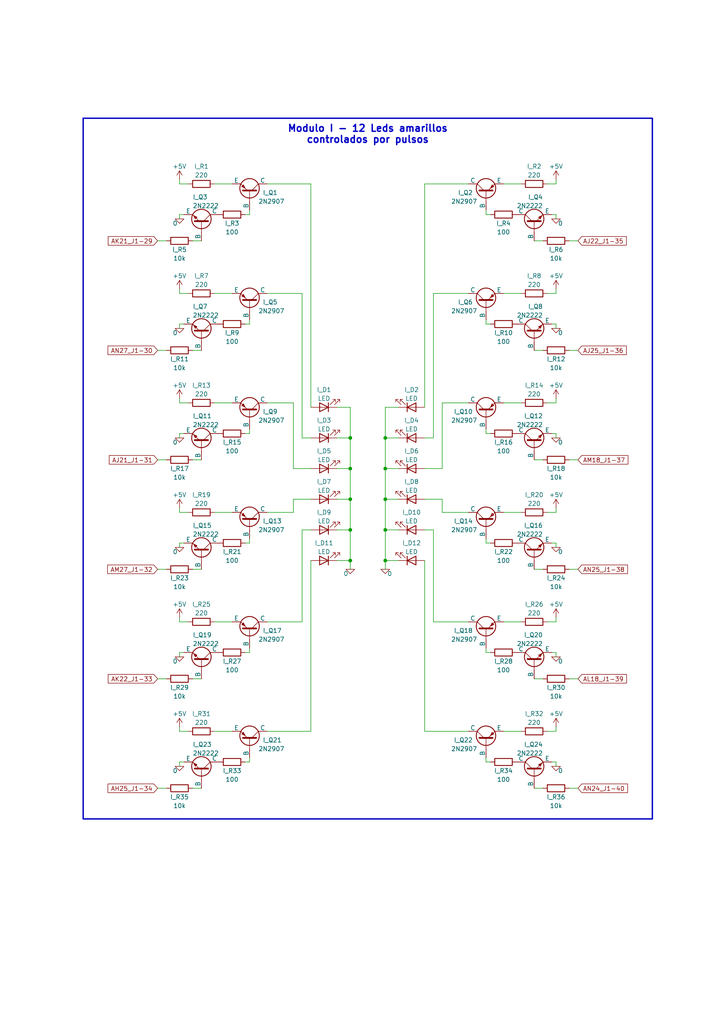
<source format=kicad_sch>
(kicad_sch (version 20230121) (generator eeschema)
  (paper "A4" portrait)
  (title_block (title "Maqueta de Laboratorio Remoto") (rev "2") (company "IIMAS UNAM") (comment 1 "Victor Manuel Lomas Barrie") (comment 2 "Abner Maya Vergara") (comment 3 "Autores:") (comment 4 "Circuito referido al diagrama de maqueta 2.0"))
  (lib_symbols
    (symbol "Device:LED" (pin_numbers hide) (pin_names (offset 1.016) hide)
      (property "Reference" "D" (at 0 2.54 0))
      (property "Value" "LED" (at 0 -2.54 0))
      (symbol "LED_0_1"
        (polyline (pts (xy -1.27 -1.27) (xy -1.27 1.27)) (stroke (width 0.254)))
        (polyline (pts (xy -1.27 0) (xy 1.27 0)))
        (polyline (pts (xy 1.27 -1.27) (xy 1.27 1.27) (xy -1.27 0) (xy 1.27 -1.27)) (stroke (width 0.254)))
        (polyline (pts (xy -3.048 -0.762) (xy -4.572 -2.286) (xy -3.81 -2.286) (xy -4.572 -2.286) (xy -4.572 -1.524)))
        (polyline (pts (xy -1.778 -0.762) (xy -3.302 -2.286) (xy -2.54 -2.286) (xy -3.302 -2.286) (xy -3.302 -1.524)))
      )
      (symbol "LED_1_1"
        (pin passive line (at -3.81 0 0) (length 2.54) (name "K") (number "1"))
        (pin passive line (at 3.81 0 180) (length 2.54) (name "A") (number "2"))
      )
    )
    (symbol "Device:R" (pin_numbers hide) (pin_names (offset 0))
      (property "Reference" "R" (at 2.032 0 90))
      (property "Value" "R" (at 0 0 90))
      (symbol "R_0_1"
        (rectangle (start -1.016 -2.54) (end 1.016 2.54) (stroke (width 0.254)))
      )
      (symbol "R_1_1"
        (pin passive line (at 0 3.81 270) (length 1.27) (name "~") (number "1"))
        (pin passive line (at 0 -3.81 90) (length 1.27) (name "~") (number "2"))
      )
    )
    (symbol "Simulation_SPICE:0" (power) (pin_names (offset 0))
      (property "Value" "0" (at 0 -1.778 0))
      (symbol "0_0_1"
        (polyline (pts (xy -1.27 0) (xy 0 -1.27) (xy 1.27 0) (xy -1.27 0)))
      )
      (symbol "0_1_1"
        (pin power_in line (at 0 0 0) (length 0) hide (name "0") (number "1"))
      )
    )
    (symbol "Simulation_SPICE:NPN" (pin_numbers hide) (pin_names (offset 0))
      (property "Reference" "Q" (at -2.54 7.62 0))
      (property "Value" "NPN" (at -2.54 5.08 0))
      (symbol "NPN_0_1"
        (polyline (pts (xy -2.54 0) (xy 0.635 0)) (stroke (width 0.1524)))
        (polyline (pts (xy 0.635 0.635) (xy 2.54 2.54)))
        (polyline (pts (xy 2.794 -1.27) (xy 2.794 -1.27)) (stroke (width 0.1524)))
        (polyline (pts (xy 2.794 -1.27) (xy 2.794 -1.27)) (stroke (width 0.1524)))
        (polyline (pts (xy 0.635 -0.635) (xy 2.54 -2.54) (xy 2.54 -2.54)))
        (polyline (pts (xy 0.635 1.905) (xy 0.635 -1.905) (xy 0.635 -1.905)) (stroke (width 0.508)))
        (polyline (pts (xy 1.27 -1.778) (xy 1.778 -1.27) (xy 2.286 -2.286) (xy 1.27 -1.778) (xy 1.27 -1.778)) (fill (type outline)))
        (circle (center 1.27 0) (radius 2.8194) (stroke (width 0.254)))
      )
      (symbol "NPN_1_1"
        (pin open_collector line (at 2.54 5.08 270) (length 2.54) (name "C") (number "1"))
        (pin input line (at -5.08 0 0) (length 2.54) (name "B") (number "2"))
        (pin open_emitter line (at 2.54 -5.08 90) (length 2.54) (name "E") (number "3"))
      )
    )
    (symbol "Simulation_SPICE:PNP" (pin_numbers hide) (pin_names (offset 0))
      (property "Reference" "Q" (at -2.54 7.62 0))
      (property "Value" "PNP" (at -2.54 5.08 0))
      (symbol "PNP_0_1"
        (polyline (pts (xy -2.54 0) (xy 0.635 0)) (stroke (width 0.1524)))
        (polyline (pts (xy 0.635 0.635) (xy 2.54 2.54)))
        (polyline (pts (xy 0.635 -0.635) (xy 2.54 -2.54) (xy 2.54 -2.54)))
        (polyline (pts (xy 0.635 1.905) (xy 0.635 -1.905) (xy 0.635 -1.905)) (stroke (width 0.508)))
        (polyline (pts (xy 2.286 -1.778) (xy 1.778 -2.286) (xy 1.27 -1.27) (xy 2.286 -1.778) (xy 2.286 -1.778)) (fill (type outline)))
        (circle (center 1.27 0) (radius 2.8194) (stroke (width 0.254)))
      )
      (symbol "PNP_1_1"
        (pin open_collector line (at 2.54 5.08 270) (length 2.54) (name "C") (number "1"))
        (pin input line (at -5.08 0 0) (length 2.54) (name "B") (number "2"))
        (pin open_emitter line (at 2.54 -5.08 90) (length 2.54) (name "E") (number "3"))
      )
    )
    (symbol "power:+5V" (power) (pin_names (offset 0))
      (property "Value" "+5V" (at 0 3.556 0))
      (symbol "+5V_0_1"
        (polyline (pts (xy -0.762 1.27) (xy 0 2.54)))
        (polyline (pts (xy 0 0) (xy 0 2.54)))
        (polyline (pts (xy 0 2.54) (xy 0.762 1.27)))
      )
      (symbol "+5V_1_1"
        (pin power_in line (at 0 0 90) (length 0) hide (name "+5V") (number "1"))
      )
    )
  )
  (junction (at 111.76 153.67))
  (junction (at 111.76 162.56))
  (junction (at 101.6 135.89))
  (junction (at 111.76 127))
  (junction (at 101.6 144.78))
  (junction (at 101.6 153.67))
  (junction (at 111.76 144.78))
  (junction (at 101.6 162.56))
  (junction (at 101.6 127))
  (junction (at 111.76 135.89))
  (wire (pts (xy 161.29 190.5) (xy 161.29 189.23)))
  (wire (pts (xy 52.07 127) (xy 52.07 125.73)))
  (wire (pts (xy 52.07 95.25) (xy 52.07 93.98)))
  (wire (pts (xy 123.19 53.34) (xy 123.19 118.11)))
  (wire (pts (xy 52.07 53.34) (xy 52.07 52.07)))
  (wire (pts (xy 135.89 212.09) (xy 123.19 212.09)))
  (wire (pts (xy 52.07 63.5) (xy 52.07 62.23)))
  (wire (pts (xy 87.63 180.34) (xy 87.63 153.67)))
  (wire (pts (xy 135.89 85.09) (xy 125.73 85.09)))
  (wire (pts (xy 85.09 135.89) (xy 90.17 135.89)))
  (wire (pts (xy 52.07 125.73) (xy 53.34 125.73)))
  (wire (pts (xy 52.07 116.84) (xy 52.07 115.57)))
  (wire (pts (xy 72.39 124.46) (xy 72.39 125.73)))
  (wire (pts (xy 101.6 153.67) (xy 101.6 144.78)))
  (wire (pts (xy 128.27 148.59) (xy 128.27 144.78)))
  (wire (pts (xy 72.39 189.23) (xy 71.12 189.23)))
  (wire (pts (xy 72.39 220.98) (xy 71.12 220.98)))
  (wire (pts (xy 52.07 85.09) (xy 52.07 83.82)))
  (wire (pts (xy 111.76 153.67) (xy 111.76 144.78)))
  (wire (pts (xy 72.39 62.23) (xy 71.12 62.23)))
  (wire (pts (xy 52.07 62.23) (xy 53.34 62.23)))
  (wire (pts (xy 140.97 60.96) (xy 140.97 62.23)))
  (wire (pts (xy 158.75 180.34) (xy 161.29 180.34)))
  (wire (pts (xy 151.13 180.34) (xy 146.05 180.34)))
  (wire (pts (xy 161.29 116.84) (xy 161.29 115.57)))
  (wire (pts (xy 158.75 116.84) (xy 161.29 116.84)))
  (wire (pts (xy 161.29 95.25) (xy 161.29 93.98)))
  (wire (pts (xy 135.89 148.59) (xy 128.27 148.59)))
  (wire (pts (xy 158.75 148.59) (xy 161.29 148.59)))
  (wire (pts (xy 125.73 85.09) (xy 125.73 127)))
  (wire (pts (xy 111.76 144.78) (xy 111.76 135.89)))
  (wire (pts (xy 111.76 118.11) (xy 115.57 118.11)))
  (wire (pts (xy 140.97 219.71) (xy 140.97 220.98)))
  (wire (pts (xy 97.79 162.56) (xy 101.6 162.56)))
  (wire (pts (xy 140.97 93.98) (xy 142.24 93.98)))
  (wire (pts (xy 115.57 153.67) (xy 111.76 153.67)))
  (wire (pts (xy 161.29 127) (xy 161.29 125.73)))
  (wire (pts (xy 72.39 125.73) (xy 71.12 125.73)))
  (wire (pts (xy 161.29 62.23) (xy 160.02 62.23)))
  (wire (pts (xy 72.39 92.71) (xy 72.39 93.98)))
  (wire (pts (xy 161.29 222.25) (xy 161.29 220.98)))
  (wire (pts (xy 54.61 180.34) (xy 52.07 180.34)))
  (wire (pts (xy 161.29 220.98) (xy 160.02 220.98)))
  (wire (pts (xy 161.29 63.5) (xy 161.29 62.23)))
  (wire (pts (xy 77.47 180.34) (xy 87.63 180.34)))
  (wire (pts (xy 161.29 157.48) (xy 160.02 157.48)))
  (wire (pts (xy 52.07 220.98) (xy 53.34 220.98)))
  (wire (pts (xy 140.97 125.73) (xy 142.24 125.73)))
  (wire (pts (xy 101.6 127) (xy 101.6 118.11)))
  (wire (pts (xy 101.6 144.78) (xy 101.6 135.89)))
  (wire (pts (xy 111.76 135.89) (xy 111.76 127)))
  (wire (pts (xy 161.29 125.73) (xy 160.02 125.73)))
  (wire (pts (xy 45.72 165.1) (xy 48.26 165.1)))
  (wire (pts (xy 52.07 212.09) (xy 52.07 210.82)))
  (wire (pts (xy 87.63 153.67) (xy 90.17 153.67)))
  (wire (pts (xy 54.61 212.09) (xy 52.07 212.09)))
  (wire (pts (xy 125.73 180.34) (xy 125.73 153.67)))
  (wire (pts (xy 72.39 187.96) (xy 72.39 189.23)))
  (wire (pts (xy 140.97 62.23) (xy 142.24 62.23)))
  (wire (pts (xy 151.13 212.09) (xy 146.05 212.09)))
  (wire (pts (xy 157.48 165.1) (xy 154.94 165.1)))
  (wire (pts (xy 151.13 85.09) (xy 146.05 85.09)))
  (wire (pts (xy 167.64 228.6) (xy 165.1 228.6)))
  (wire (pts (xy 85.09 148.59) (xy 85.09 144.78)))
  (wire (pts (xy 77.47 212.09) (xy 90.17 212.09)))
  (wire (pts (xy 62.23 148.59) (xy 67.31 148.59)))
  (wire (pts (xy 161.29 189.23) (xy 160.02 189.23)))
  (wire (pts (xy 140.97 189.23) (xy 142.24 189.23)))
  (wire (pts (xy 45.72 133.35) (xy 48.26 133.35)))
  (wire (pts (xy 161.29 212.09) (xy 161.29 210.82)))
  (wire (pts (xy 72.39 156.21) (xy 72.39 157.48)))
  (wire (pts (xy 125.73 153.67) (xy 123.19 153.67)))
  (wire (pts (xy 90.17 53.34) (xy 90.17 118.11)))
  (wire (pts (xy 55.88 196.85) (xy 58.42 196.85)))
  (wire (pts (xy 125.73 127) (xy 123.19 127)))
  (wire (pts (xy 167.64 69.85) (xy 165.1 69.85)))
  (wire (pts (xy 52.07 180.34) (xy 52.07 179.07)))
  (wire (pts (xy 161.29 180.34) (xy 161.29 179.07)))
  (wire (pts (xy 72.39 93.98) (xy 71.12 93.98)))
  (wire (pts (xy 45.72 69.85) (xy 48.26 69.85)))
  (wire (pts (xy 135.89 116.84) (xy 128.27 116.84)))
  (wire (pts (xy 128.27 116.84) (xy 128.27 135.89)))
  (wire (pts (xy 111.76 162.56) (xy 111.76 153.67)))
  (wire (pts (xy 54.61 148.59) (xy 52.07 148.59)))
  (wire (pts (xy 135.89 180.34) (xy 125.73 180.34)))
  (wire (pts (xy 55.88 133.35) (xy 58.42 133.35)))
  (wire (pts (xy 101.6 162.56) (xy 101.6 153.67)))
  (wire (pts (xy 140.97 92.71) (xy 140.97 93.98)))
  (wire (pts (xy 85.09 144.78) (xy 90.17 144.78)))
  (wire (pts (xy 62.23 85.09) (xy 67.31 85.09)))
  (wire (pts (xy 77.47 53.34) (xy 90.17 53.34)))
  (wire (pts (xy 62.23 180.34) (xy 67.31 180.34)))
  (wire (pts (xy 72.39 219.71) (xy 72.39 220.98)))
  (wire (pts (xy 161.29 148.59) (xy 161.29 147.32)))
  (wire (pts (xy 157.48 101.6) (xy 154.94 101.6)))
  (wire (pts (xy 161.29 158.75) (xy 161.29 157.48)))
  (wire (pts (xy 140.97 220.98) (xy 142.24 220.98)))
  (wire (pts (xy 52.07 158.75) (xy 52.07 157.48)))
  (wire (pts (xy 62.23 53.34) (xy 67.31 53.34)))
  (wire (pts (xy 90.17 212.09) (xy 90.17 162.56)))
  (wire (pts (xy 115.57 127) (xy 111.76 127)))
  (wire (pts (xy 77.47 85.09) (xy 87.63 85.09)))
  (wire (pts (xy 52.07 157.48) (xy 53.34 157.48)))
  (wire (pts (xy 62.23 212.09) (xy 67.31 212.09)))
  (wire (pts (xy 87.63 85.09) (xy 87.63 127)))
  (wire (pts (xy 45.72 196.85) (xy 48.26 196.85)))
  (wire (pts (xy 157.48 69.85) (xy 154.94 69.85)))
  (wire (pts (xy 54.61 116.84) (xy 52.07 116.84)))
  (wire (pts (xy 115.57 162.56) (xy 111.76 162.56)))
  (wire (pts (xy 97.79 144.78) (xy 101.6 144.78)))
  (wire (pts (xy 87.63 127) (xy 90.17 127)))
  (wire (pts (xy 128.27 135.89) (xy 123.19 135.89)))
  (wire (pts (xy 158.75 53.34) (xy 161.29 53.34)))
  (wire (pts (xy 157.48 228.6) (xy 154.94 228.6)))
  (wire (pts (xy 157.48 133.35) (xy 154.94 133.35)))
  (wire (pts (xy 52.07 189.23) (xy 53.34 189.23)))
  (wire (pts (xy 167.64 133.35) (xy 165.1 133.35)))
  (wire (pts (xy 128.27 144.78) (xy 123.19 144.78)))
  (wire (pts (xy 77.47 116.84) (xy 85.09 116.84)))
  (wire (pts (xy 167.64 101.6) (xy 165.1 101.6)))
  (wire (pts (xy 62.23 116.84) (xy 67.31 116.84)))
  (wire (pts (xy 151.13 116.84) (xy 146.05 116.84)))
  (wire (pts (xy 77.47 148.59) (xy 85.09 148.59)))
  (wire (pts (xy 140.97 124.46) (xy 140.97 125.73)))
  (wire (pts (xy 72.39 60.96) (xy 72.39 62.23)))
  (wire (pts (xy 54.61 85.09) (xy 52.07 85.09)))
  (wire (pts (xy 55.88 165.1) (xy 58.42 165.1)))
  (wire (pts (xy 161.29 85.09) (xy 161.29 83.82)))
  (wire (pts (xy 97.79 135.89) (xy 101.6 135.89)))
  (wire (pts (xy 52.07 190.5) (xy 52.07 189.23)))
  (wire (pts (xy 52.07 148.59) (xy 52.07 147.32)))
  (wire (pts (xy 45.72 101.6) (xy 48.26 101.6)))
  (wire (pts (xy 115.57 144.78) (xy 111.76 144.78)))
  (wire (pts (xy 167.64 196.85) (xy 165.1 196.85)))
  (wire (pts (xy 140.97 187.96) (xy 140.97 189.23)))
  (wire (pts (xy 111.76 127) (xy 111.76 118.11)))
  (wire (pts (xy 97.79 127) (xy 101.6 127)))
  (wire (pts (xy 101.6 135.89) (xy 101.6 127)))
  (wire (pts (xy 140.97 156.21) (xy 140.97 157.48)))
  (wire (pts (xy 55.88 69.85) (xy 58.42 69.85)))
  (wire (pts (xy 158.75 212.09) (xy 161.29 212.09)))
  (wire (pts (xy 151.13 148.59) (xy 146.05 148.59)))
  (wire (pts (xy 135.89 53.34) (xy 123.19 53.34)))
  (wire (pts (xy 151.13 53.34) (xy 146.05 53.34)))
  (wire (pts (xy 161.29 93.98) (xy 160.02 93.98)))
  (wire (pts (xy 72.39 157.48) (xy 71.12 157.48)))
  (wire (pts (xy 101.6 165.1) (xy 101.6 162.56)))
  (wire (pts (xy 115.57 135.89) (xy 111.76 135.89)))
  (wire (pts (xy 123.19 212.09) (xy 123.19 162.56)))
  (wire (pts (xy 45.72 228.6) (xy 48.26 228.6)))
  (wire (pts (xy 97.79 153.67) (xy 101.6 153.67)))
  (wire (pts (xy 167.64 165.1) (xy 165.1 165.1)))
  (wire (pts (xy 52.07 222.25) (xy 52.07 220.98)))
  (wire (pts (xy 54.61 53.34) (xy 52.07 53.34)))
  (wire (pts (xy 140.97 157.48) (xy 142.24 157.48)))
  (wire (pts (xy 52.07 93.98) (xy 53.34 93.98)))
  (wire (pts (xy 158.75 85.09) (xy 161.29 85.09)))
  (wire (pts (xy 101.6 118.11) (xy 97.79 118.11)))
  (wire (pts (xy 85.09 116.84) (xy 85.09 135.89)))
  (wire (pts (xy 157.48 196.85) (xy 154.94 196.85)))
  (wire (pts (xy 55.88 101.6) (xy 58.42 101.6)))
  (wire (pts (xy 55.88 228.6) (xy 58.42 228.6)))
  (wire (pts (xy 111.76 165.1) (xy 111.76 162.56)))
  (wire (pts (xy 161.29 53.34) (xy 161.29 52.07)))
  (text_box "Modulo I - 12 Leds amarillos\ncontrolados por pulsos" (at 24.13 34.29 0) (size 165.1 203.2) (stroke (width 0.4)) (effects (font (size 2 2) (thickness 0.4) bold) (justify top)))
  (global_label "AJ22_J1-35" (shape input) (at 167.64 69.85 0) (property "Intersheetrefs" "${INTERSHEET_REFS}" (effects hide)))
  (global_label "AM27_J1-32" (shape input) (at 45.72 165.1 180) (property "Intersheetrefs" "${INTERSHEET_REFS}" (effects hide)))
  (global_label "AL18_J1-39" (shape input) (at 167.64 196.85 0) (property "Intersheetrefs" "${INTERSHEET_REFS}" (effects hide)))
  (global_label "AK21_J1-29" (shape input) (at 45.72 69.85 180) (property "Intersheetrefs" "${INTERSHEET_REFS}" (effects hide)))
  (global_label "AM18_J1-37" (shape input) (at 167.64 133.35 0) (property "Intersheetrefs" "${INTERSHEET_REFS}" (effects hide)))
  (global_label "AN27_J1-30" (shape input) (at 45.72 101.6 180) (property "Intersheetrefs" "${INTERSHEET_REFS}" (effects hide)))
  (global_label "AJ21_J1-31" (shape input) (at 45.72 133.35 180) (property "Intersheetrefs" "${INTERSHEET_REFS}" (effects hide)))
  (global_label "AN25_J1-38" (shape input) (at 167.64 165.1 0) (property "Intersheetrefs" "${INTERSHEET_REFS}" (effects hide)))
  (global_label "AH25_J1-34" (shape input) (at 45.72 228.6 180) (property "Intersheetrefs" "${INTERSHEET_REFS}" (effects hide)))
  (global_label "AN24_J1-40" (shape input) (at 167.64 228.6 0) (property "Intersheetrefs" "${INTERSHEET_REFS}" (effects hide)))
  (global_label "AJ25_J1-36" (shape input) (at 167.64 101.6 0) (property "Intersheetrefs" "${INTERSHEET_REFS}" (effects hide)))
  (global_label "AK22_J1-33" (shape input) (at 45.72 196.85 180) (property "Intersheetrefs" "${INTERSHEET_REFS}" (effects hide)))
  (symbol (lib_id "Device:R") (at 154.94 85.09 90) (mirror x) (unit 1)
    (property "Reference" "I_R8" (at 154.94 80.01 90))
    (property "Value" "220" (at 154.94 82.55 90))
    (property "Sim.Device" "R" (effects hide))
    (property "Sim.Pins" "1=+ 2=-" (effects hide))
  )
  (symbol (lib_id "Simulation_SPICE:NPN") (at 154.94 223.52 90) (unit 1)
    (property "Reference" "I_Q24" (at 157.48 215.9 90) (effects (justify left)))
    (property "Value" "2N2222" (at 157.48 218.44 90) (effects (justify left)))
    (property "Sim.Device" "NPN" (effects hide))
    (property "Sim.Type" "GUMMELPOON" (effects hide))
    (property "Sim.Pins" "1=C 2=B 3=E" (effects hide))
  )
  (symbol (lib_id "Device:R") (at 161.29 133.35 90) (unit 1)
    (property "Reference" "I_R18" (at 161.29 135.89 90))
    (property "Value" "10k" (at 161.29 138.43 90))
    (property "Sim.Device" "R" (effects hide))
    (property "Sim.Pins" "1=+ 2=-" (effects hide))
  )
  (symbol (lib_id "Simulation_SPICE:NPN") (at 154.94 64.77 90) (unit 1)
    (property "Reference" "I_Q4" (at 157.48 57.15 90) (effects (justify left)))
    (property "Value" "2N2222" (at 157.48 59.69 90) (effects (justify left)))
    (property "Sim.Device" "NPN" (effects hide))
    (property "Sim.Type" "GUMMELPOON" (effects hide))
    (property "Sim.Pins" "1=C 2=B 3=E" (effects hide))
  )
  (symbol (lib_id "Device:LED") (at 93.98 118.11 180) (unit 1)
    (property "Reference" "I_D1" (at 93.98 113.03 0))
    (property "Value" "LED" (at 93.98 115.57 0))
  )
  (symbol (lib_id "Simulation_SPICE:NPN") (at 58.42 64.77 270) (mirror x) (unit 1)
    (property "Reference" "I_Q3" (at 55.88 57.15 90) (effects (justify left)))
    (property "Value" "2N2222" (at 55.88 59.69 90) (effects (justify left)))
    (property "Sim.Device" "NPN" (effects hide))
    (property "Sim.Type" "GUMMELPOON" (effects hide))
    (property "Sim.Pins" "1=C 2=B 3=E" (effects hide))
  )
  (symbol (lib_id "Device:R") (at 67.31 189.23 270) (unit 1)
    (property "Reference" "I_R27" (at 67.31 191.77 90))
    (property "Value" "100" (at 67.31 194.31 90))
    (property "Sim.Device" "R" (effects hide))
    (property "Sim.Pins" "1=+ 2=-" (effects hide))
  )
  (symbol (lib_id "Simulation_SPICE:PNP") (at 140.97 182.88 90) (unit 1)
    (property "Reference" "I_Q18" (at 137.16 182.88 90) (effects (justify left)))
    (property "Value" "2N2907" (at 138.43 185.42 90) (effects (justify left)))
    (property "Sim.Device" "PNP" (effects hide))
    (property "Sim.Type" "GUMMELPOON" (effects hide))
    (property "Sim.Pins" "1=C 2=B 3=E" (effects hide))
  )
  (symbol (lib_id "Simulation_SPICE:NPN") (at 58.42 223.52 270) (mirror x) (unit 1)
    (property "Reference" "I_Q23" (at 55.88 215.9 90) (effects (justify left)))
    (property "Value" "2N2222" (at 55.88 218.44 90) (effects (justify left)))
    (property "Sim.Device" "NPN" (effects hide))
    (property "Sim.Type" "GUMMELPOON" (effects hide))
    (property "Sim.Pins" "1=C 2=B 3=E" (effects hide))
  )
  (symbol (lib_id "Device:R") (at 146.05 189.23 90) (mirror x) (unit 1)
    (property "Reference" "I_R28" (at 146.05 191.77 90))
    (property "Value" "100" (at 146.05 194.31 90))
    (property "Sim.Device" "R" (effects hide))
    (property "Sim.Pins" "1=+ 2=-" (effects hide))
  )
  (symbol (lib_id "Device:R") (at 52.07 133.35 270) (mirror x) (unit 1)
    (property "Reference" "I_R17" (at 52.07 135.89 90))
    (property "Value" "10k" (at 52.07 138.43 90))
    (property "Sim.Device" "R" (effects hide))
    (property "Sim.Pins" "1=+ 2=-" (effects hide))
  )
  (symbol (lib_id "Simulation_SPICE:NPN") (at 58.42 191.77 270) (mirror x) (unit 1)
    (property "Reference" "I_Q19" (at 55.88 184.15 90) (effects (justify left)))
    (property "Value" "2N2222" (at 55.88 186.69 90) (effects (justify left)))
    (property "Sim.Device" "NPN" (effects hide))
    (property "Sim.Type" "GUMMELPOON" (effects hide))
    (property "Sim.Pins" "1=C 2=B 3=E" (effects hide))
  )
  (symbol (lib_id "Device:LED") (at 93.98 135.89 180) (unit 1)
    (property "Reference" "I_D5" (at 93.98 130.81 0))
    (property "Value" "LED" (at 93.98 133.35 0))
  )
  (symbol (lib_id "Device:R") (at 154.94 180.34 90) (mirror x) (unit 1)
    (property "Reference" "I_R26" (at 154.94 175.26 90))
    (property "Value" "220" (at 154.94 177.8 90))
    (property "Sim.Device" "R" (effects hide))
    (property "Sim.Pins" "1=+ 2=-" (effects hide))
  )
  (symbol (lib_id "Device:LED") (at 119.38 127 0) (mirror x) (unit 1)
    (property "Reference" "I_D4" (at 119.38 121.92 0))
    (property "Value" "LED" (at 119.38 124.46 0))
  )
  (symbol (lib_id "Device:LED") (at 119.38 135.89 0) (mirror x) (unit 1)
    (property "Reference" "I_D6" (at 119.38 130.81 0))
    (property "Value" "LED" (at 119.38 133.35 0))
  )
  (symbol (lib_id "power:+5V") (at 161.29 115.57 0) (unit 1)
    (property "Reference" "#PWR034" (effects hide))
    (property "Value" "+5V" (at 161.29 111.76 0))
  )
  (symbol (lib_id "Device:LED") (at 93.98 153.67 180) (unit 1)
    (property "Reference" "I_D9" (at 93.98 148.59 0))
    (property "Value" "LED" (at 93.98 151.13 0))
  )
  (symbol (lib_id "Simulation_SPICE:NPN") (at 154.94 160.02 90) (unit 1)
    (property "Reference" "I_Q16" (at 157.48 152.4 90) (effects (justify left)))
    (property "Value" "2N2222" (at 157.48 154.94 90) (effects (justify left)))
    (property "Sim.Device" "NPN" (effects hide))
    (property "Sim.Type" "GUMMELPOON" (effects hide))
    (property "Sim.Pins" "1=C 2=B 3=E" (effects hide))
  )
  (symbol (lib_id "power:+5V") (at 161.29 179.07 0) (unit 1)
    (property "Reference" "#PWR038" (effects hide))
    (property "Value" "+5V" (at 161.29 175.26 0))
  )
  (symbol (lib_id "Simulation_SPICE:0") (at 52.07 190.5 0) (mirror y) (unit 1)
    (property "Reference" "#GND041" (effects hide))
    (property "Value" "0" (at 50.8 191.77 0))
  )
  (symbol (lib_id "Simulation_SPICE:PNP") (at 140.97 214.63 90) (unit 1)
    (property "Reference" "I_Q22" (at 137.16 214.63 90) (effects (justify left)))
    (property "Value" "2N2907" (at 138.43 217.17 90) (effects (justify left)))
    (property "Sim.Device" "PNP" (effects hide))
    (property "Sim.Type" "GUMMELPOON" (effects hide))
    (property "Sim.Pins" "1=C 2=B 3=E" (effects hide))
  )
  (symbol (lib_id "Device:R") (at 52.07 196.85 270) (mirror x) (unit 1)
    (property "Reference" "I_R29" (at 52.07 199.39 90))
    (property "Value" "10k" (at 52.07 201.93 90))
    (property "Sim.Device" "R" (effects hide))
    (property "Sim.Pins" "1=+ 2=-" (effects hide))
  )
  (symbol (lib_id "Simulation_SPICE:PNP") (at 140.97 87.63 90) (unit 1)
    (property "Reference" "I_Q6" (at 137.16 87.63 90) (effects (justify left)))
    (property "Value" "2N2907" (at 138.43 90.17 90) (effects (justify left)))
    (property "Sim.Device" "PNP" (effects hide))
    (property "Sim.Type" "GUMMELPOON" (effects hide))
    (property "Sim.Pins" "1=C 2=B 3=E" (effects hide))
  )
  (symbol (lib_id "Simulation_SPICE:0") (at 52.07 222.25 0) (mirror y) (unit 1)
    (property "Reference" "#GND043" (effects hide))
    (property "Value" "0" (at 50.8 223.52 0))
  )
  (symbol (lib_id "Simulation_SPICE:PNP") (at 72.39 182.88 270) (mirror x) (unit 1)
    (property "Reference" "I_Q17" (at 76.2 182.88 90) (effects (justify left)))
    (property "Value" "2N2907" (at 74.93 185.42 90) (effects (justify left)))
    (property "Sim.Device" "PNP" (effects hide))
    (property "Sim.Type" "GUMMELPOON" (effects hide))
    (property "Sim.Pins" "1=C 2=B 3=E" (effects hide))
  )
  (symbol (lib_id "Device:R") (at 52.07 165.1 270) (mirror x) (unit 1)
    (property "Reference" "I_R23" (at 52.07 167.64 90))
    (property "Value" "10k" (at 52.07 170.18 90))
    (property "Sim.Device" "R" (effects hide))
    (property "Sim.Pins" "1=+ 2=-" (effects hide))
  )
  (symbol (lib_id "Device:R") (at 146.05 93.98 90) (mirror x) (unit 1)
    (property "Reference" "I_R10" (at 146.05 96.52 90))
    (property "Value" "100" (at 146.05 99.06 90))
    (property "Sim.Device" "R" (effects hide))
    (property "Sim.Pins" "1=+ 2=-" (effects hide))
  )
  (symbol (lib_id "Device:R") (at 58.42 85.09 270) (unit 1)
    (property "Reference" "I_R7" (at 58.42 80.01 90))
    (property "Value" "220" (at 58.42 82.55 90))
    (property "Sim.Device" "R" (effects hide))
    (property "Sim.Pins" "1=+ 2=-" (effects hide))
  )
  (symbol (lib_id "Device:R") (at 161.29 228.6 90) (unit 1)
    (property "Reference" "I_R36" (at 161.29 231.14 90))
    (property "Value" "10k" (at 161.29 233.68 90))
    (property "Sim.Device" "R" (effects hide))
    (property "Sim.Pins" "1=+ 2=-" (effects hide))
  )
  (symbol (lib_id "Simulation_SPICE:NPN") (at 58.42 96.52 270) (mirror x) (unit 1)
    (property "Reference" "I_Q7" (at 55.88 88.9 90) (effects (justify left)))
    (property "Value" "2N2222" (at 55.88 91.44 90) (effects (justify left)))
    (property "Sim.Device" "NPN" (effects hide))
    (property "Sim.Type" "GUMMELPOON" (effects hide))
    (property "Sim.Pins" "1=C 2=B 3=E" (effects hide))
  )
  (symbol (lib_id "Simulation_SPICE:PNP") (at 140.97 151.13 90) (unit 1)
    (property "Reference" "I_Q14" (at 137.16 151.13 90) (effects (justify left)))
    (property "Value" "2N2907" (at 138.43 153.67 90) (effects (justify left)))
    (property "Sim.Device" "PNP" (effects hide))
    (property "Sim.Type" "GUMMELPOON" (effects hide))
    (property "Sim.Pins" "1=C 2=B 3=E" (effects hide))
  )
  (symbol (lib_id "Simulation_SPICE:PNP") (at 72.39 214.63 270) (mirror x) (unit 1)
    (property "Reference" "I_Q21" (at 76.2 214.63 90) (effects (justify left)))
    (property "Value" "2N2907" (at 74.93 217.17 90) (effects (justify left)))
    (property "Sim.Device" "PNP" (effects hide))
    (property "Sim.Type" "GUMMELPOON" (effects hide))
    (property "Sim.Pins" "1=C 2=B 3=E" (effects hide))
  )
  (symbol (lib_id "Device:R") (at 154.94 116.84 90) (mirror x) (unit 1)
    (property "Reference" "I_R14" (at 154.94 111.76 90))
    (property "Value" "220" (at 154.94 114.3 90))
    (property "Sim.Device" "R" (effects hide))
    (property "Sim.Pins" "1=+ 2=-" (effects hide))
  )
  (symbol (lib_id "power:+5V") (at 161.29 210.82 0) (unit 1)
    (property "Reference" "#PWR040" (effects hide))
    (property "Value" "+5V" (at 161.29 207.01 0))
  )
  (symbol (lib_id "Device:R") (at 58.42 212.09 270) (unit 1)
    (property "Reference" "I_R31" (at 58.42 207.01 90))
    (property "Value" "220" (at 58.42 209.55 90))
    (property "Sim.Device" "R" (effects hide))
    (property "Sim.Pins" "1=+ 2=-" (effects hide))
  )
  (symbol (lib_id "Simulation_SPICE:0") (at 52.07 158.75 0) (mirror y) (unit 1)
    (property "Reference" "#GND037" (effects hide))
    (property "Value" "0" (at 50.8 160.02 0))
  )
  (symbol (lib_id "Simulation_SPICE:0") (at 161.29 222.25 0) (unit 1)
    (property "Reference" "#GND044" (effects hide))
    (property "Value" "0" (at 162.56 223.52 0))
  )
  (symbol (lib_id "power:+5V") (at 52.07 115.57 0) (mirror y) (unit 1)
    (property "Reference" "#PWR033" (effects hide))
    (property "Value" "+5V" (at 52.07 111.76 0))
  )
  (symbol (lib_id "Device:R") (at 52.07 69.85 270) (mirror x) (unit 1)
    (property "Reference" "I_R5" (at 52.07 72.39 90))
    (property "Value" "10k" (at 52.07 74.93 90))
    (property "Sim.Device" "R" (effects hide))
    (property "Sim.Pins" "1=+ 2=-" (effects hide))
  )
  (symbol (lib_id "power:+5V") (at 52.07 179.07 0) (mirror y) (unit 1)
    (property "Reference" "#PWR037" (effects hide))
    (property "Value" "+5V" (at 52.07 175.26 0))
  )
  (symbol (lib_id "Device:R") (at 146.05 125.73 90) (mirror x) (unit 1)
    (property "Reference" "I_R16" (at 146.05 128.27 90))
    (property "Value" "100" (at 146.05 130.81 90))
    (property "Sim.Device" "R" (effects hide))
    (property "Sim.Pins" "1=+ 2=-" (effects hide))
  )
  (symbol (lib_id "power:+5V") (at 52.07 210.82 0) (mirror y) (unit 1)
    (property "Reference" "#PWR039" (effects hide))
    (property "Value" "+5V" (at 52.07 207.01 0))
  )
  (symbol (lib_id "Device:R") (at 154.94 53.34 90) (mirror x) (unit 1)
    (property "Reference" "I_R2" (at 154.94 48.26 90))
    (property "Value" "220" (at 154.94 50.8 90))
    (property "Sim.Device" "R" (effects hide))
    (property "Sim.Pins" "1=+ 2=-" (effects hide))
  )
  (symbol (lib_id "Device:R") (at 58.42 180.34 270) (unit 1)
    (property "Reference" "I_R25" (at 58.42 175.26 90))
    (property "Value" "220" (at 58.42 177.8 90))
    (property "Sim.Device" "R" (effects hide))
    (property "Sim.Pins" "1=+ 2=-" (effects hide))
  )
  (symbol (lib_id "Simulation_SPICE:PNP") (at 72.39 55.88 270) (mirror x) (unit 1)
    (property "Reference" "I_Q1" (at 76.2 55.88 90) (effects (justify left)))
    (property "Value" "2N2907" (at 74.93 58.42 90) (effects (justify left)))
    (property "Sim.Device" "PNP" (effects hide))
    (property "Sim.Type" "GUMMELPOON" (effects hide))
    (property "Sim.Pins" "1=C 2=B 3=E" (effects hide))
  )
  (symbol (lib_id "Device:LED") (at 119.38 153.67 0) (mirror x) (unit 1)
    (property "Reference" "I_D10" (at 119.38 148.59 0))
    (property "Value" "LED" (at 119.38 151.13 0))
  )
  (symbol (lib_id "Device:LED") (at 119.38 162.56 0) (mirror x) (unit 1)
    (property "Reference" "I_D12" (at 119.38 157.48 0))
    (property "Value" "LED" (at 119.38 160.02 0))
  )
  (symbol (lib_id "Simulation_SPICE:NPN") (at 154.94 128.27 90) (unit 1)
    (property "Reference" "I_Q12" (at 157.48 120.65 90) (effects (justify left)))
    (property "Value" "2N2222" (at 157.48 123.19 90) (effects (justify left)))
    (property "Sim.Device" "NPN" (effects hide))
    (property "Sim.Type" "GUMMELPOON" (effects hide))
    (property "Sim.Pins" "1=C 2=B 3=E" (effects hide))
  )
  (symbol (lib_id "Simulation_SPICE:PNP") (at 72.39 87.63 270) (mirror x) (unit 1)
    (property "Reference" "I_Q5" (at 76.2 87.63 90) (effects (justify left)))
    (property "Value" "2N2907" (at 74.93 90.17 90) (effects (justify left)))
    (property "Sim.Device" "PNP" (effects hide))
    (property "Sim.Type" "GUMMELPOON" (effects hide))
    (property "Sim.Pins" "1=C 2=B 3=E" (effects hide))
  )
  (symbol (lib_id "Device:R") (at 52.07 228.6 270) (mirror x) (unit 1)
    (property "Reference" "I_R35" (at 52.07 231.14 90))
    (property "Value" "10k" (at 52.07 233.68 90))
    (property "Sim.Device" "R" (effects hide))
    (property "Sim.Pins" "1=+ 2=-" (effects hide))
  )
  (symbol (lib_id "Simulation_SPICE:PNP") (at 72.39 151.13 270) (mirror x) (unit 1)
    (property "Reference" "I_Q13" (at 76.2 151.13 90) (effects (justify left)))
    (property "Value" "2N2907" (at 74.93 153.67 90) (effects (justify left)))
    (property "Sim.Device" "PNP" (effects hide))
    (property "Sim.Type" "GUMMELPOON" (effects hide))
    (property "Sim.Pins" "1=C 2=B 3=E" (effects hide))
  )
  (symbol (lib_id "Simulation_SPICE:PNP") (at 72.39 119.38 270) (mirror x) (unit 1)
    (property "Reference" "I_Q9" (at 76.2 119.38 90) (effects (justify left)))
    (property "Value" "2N2907" (at 74.93 121.92 90) (effects (justify left)))
    (property "Sim.Device" "PNP" (effects hide))
    (property "Sim.Type" "GUMMELPOON" (effects hide))
    (property "Sim.Pins" "1=C 2=B 3=E" (effects hide))
  )
  (symbol (lib_id "Device:LED") (at 93.98 162.56 180) (unit 1)
    (property "Reference" "I_D11" (at 93.98 157.48 0))
    (property "Value" "LED" (at 93.98 160.02 0))
  )
  (symbol (lib_id "Device:LED") (at 93.98 127 180) (unit 1)
    (property "Reference" "I_D3" (at 93.98 121.92 0))
    (property "Value" "LED" (at 93.98 124.46 0))
  )
  (symbol (lib_id "Simulation_SPICE:0") (at 161.29 127 0) (unit 1)
    (property "Reference" "#GND036" (effects hide))
    (property "Value" "0" (at 162.56 128.27 0))
  )
  (symbol (lib_id "Device:R") (at 161.29 165.1 90) (unit 1)
    (property "Reference" "I_R24" (at 161.29 167.64 90))
    (property "Value" "10k" (at 161.29 170.18 90))
    (property "Sim.Device" "R" (effects hide))
    (property "Sim.Pins" "1=+ 2=-" (effects hide))
  )
  (symbol (lib_id "Simulation_SPICE:NPN") (at 58.42 128.27 270) (mirror x) (unit 1)
    (property "Reference" "I_Q11" (at 55.88 120.65 90) (effects (justify left)))
    (property "Value" "2N2222" (at 55.88 123.19 90) (effects (justify left)))
    (property "Sim.Device" "NPN" (effects hide))
    (property "Sim.Type" "GUMMELPOON" (effects hide))
    (property "Sim.Pins" "1=C 2=B 3=E" (effects hide))
  )
  (symbol (lib_id "Device:R") (at 161.29 196.85 90) (unit 1)
    (property "Reference" "I_R30" (at 161.29 199.39 90))
    (property "Value" "10k" (at 161.29 201.93 90))
    (property "Sim.Device" "R" (effects hide))
    (property "Sim.Pins" "1=+ 2=-" (effects hide))
  )
  (symbol (lib_id "power:+5V") (at 161.29 83.82 0) (unit 1)
    (property "Reference" "#PWR032" (effects hide))
    (property "Value" "+5V" (at 161.29 80.01 0))
  )
  (symbol (lib_id "Simulation_SPICE:0") (at 52.07 95.25 0) (mirror y) (unit 1)
    (property "Reference" "#GND033" (effects hide))
    (property "Value" "0" (at 50.8 96.52 0))
  )
  (symbol (lib_id "Device:R") (at 67.31 125.73 270) (unit 1)
    (property "Reference" "I_R15" (at 67.31 128.27 90))
    (property "Value" "100" (at 67.31 130.81 90))
    (property "Sim.Device" "R" (effects hide))
    (property "Sim.Pins" "1=+ 2=-" (effects hide))
  )
  (symbol (lib_id "power:+5V") (at 52.07 83.82 0) (mirror y) (unit 1)
    (property "Reference" "#PWR031" (effects hide))
    (property "Value" "+5V" (at 52.07 80.01 0))
  )
  (symbol (lib_id "Simulation_SPICE:PNP") (at 140.97 55.88 90) (unit 1)
    (property "Reference" "I_Q2" (at 137.16 55.88 90) (effects (justify left)))
    (property "Value" "2N2907" (at 138.43 58.42 90) (effects (justify left)))
    (property "Sim.Device" "PNP" (effects hide))
    (property "Sim.Type" "GUMMELPOON" (effects hide))
    (property "Sim.Pins" "1=C 2=B 3=E" (effects hide))
  )
  (symbol (lib_id "power:+5V") (at 161.29 52.07 0) (unit 1)
    (property "Reference" "#PWR030" (effects hide))
    (property "Value" "+5V" (at 161.29 48.26 0))
  )
  (symbol (lib_id "Simulation_SPICE:0") (at 52.07 127 0) (mirror y) (unit 1)
    (property "Reference" "#GND035" (effects hide))
    (property "Value" "0" (at 50.8 128.27 0))
  )
  (symbol (lib_id "power:+5V") (at 161.29 147.32 0) (unit 1)
    (property "Reference" "#PWR036" (effects hide))
    (property "Value" "+5V" (at 161.29 143.51 0))
  )
  (symbol (lib_id "Simulation_SPICE:NPN") (at 154.94 191.77 90) (unit 1)
    (property "Reference" "I_Q20" (at 157.48 184.15 90) (effects (justify left)))
    (property "Value" "2N2222" (at 157.48 186.69 90) (effects (justify left)))
    (property "Sim.Device" "NPN" (effects hide))
    (property "Sim.Type" "GUMMELPOON" (effects hide))
    (property "Sim.Pins" "1=C 2=B 3=E" (effects hide))
  )
  (symbol (lib_id "Device:R") (at 146.05 62.23 90) (mirror x) (unit 1)
    (property "Reference" "I_R4" (at 146.05 64.77 90))
    (property "Value" "100" (at 146.05 67.31 90))
    (property "Sim.Device" "R" (effects hide))
    (property "Sim.Pins" "1=+ 2=-" (effects hide))
  )
  (symbol (lib_id "Device:R") (at 58.42 116.84 270) (unit 1)
    (property "Reference" "I_R13" (at 58.42 111.76 90))
    (property "Value" "220" (at 58.42 114.3 90))
    (property "Sim.Device" "R" (effects hide))
    (property "Sim.Pins" "1=+ 2=-" (effects hide))
  )
  (symbol (lib_id "Device:R") (at 67.31 157.48 270) (unit 1)
    (property "Reference" "I_R21" (at 67.31 160.02 90))
    (property "Value" "100" (at 67.31 162.56 90))
    (property "Sim.Device" "R" (effects hide))
    (property "Sim.Pins" "1=+ 2=-" (effects hide))
  )
  (symbol (lib_id "Device:R") (at 154.94 148.59 90) (mirror x) (unit 1)
    (property "Reference" "I_R20" (at 154.94 143.51 90))
    (property "Value" "220" (at 154.94 146.05 90))
    (property "Sim.Device" "R" (effects hide))
    (property "Sim.Pins" "1=+ 2=-" (effects hide))
  )
  (symbol (lib_id "Simulation_SPICE:NPN") (at 154.94 96.52 90) (unit 1)
    (property "Reference" "I_Q8" (at 157.48 88.9 90) (effects (justify left)))
    (property "Value" "2N2222" (at 157.48 91.44 90) (effects (justify left)))
    (property "Sim.Device" "NPN" (effects hide))
    (property "Sim.Type" "GUMMELPOON" (effects hide))
    (property "Sim.Pins" "1=C 2=B 3=E" (effects hide))
  )
  (symbol (lib_id "Device:R") (at 67.31 62.23 270) (unit 1)
    (property "Reference" "I_R3" (at 67.31 64.77 90))
    (property "Value" "100" (at 67.31 67.31 90))
    (property "Sim.Device" "R" (effects hide))
    (property "Sim.Pins" "1=+ 2=-" (effects hide))
  )
  (symbol (lib_id "Device:LED") (at 119.38 144.78 0) (mirror x) (unit 1)
    (property "Reference" "I_D8" (at 119.38 139.7 0))
    (property "Value" "LED" (at 119.38 142.24 0))
  )
  (symbol (lib_id "Simulation_SPICE:0") (at 161.29 95.25 0) (unit 1)
    (property "Reference" "#GND034" (effects hide))
    (property "Value" "0" (at 162.56 96.52 0))
  )
  (symbol (lib_id "Simulation_SPICE:PNP") (at 140.97 119.38 90) (unit 1)
    (property "Reference" "I_Q10" (at 137.16 119.38 90) (effects (justify left)))
    (property "Value" "2N2907" (at 138.43 121.92 90) (effects (justify left)))
    (property "Sim.Device" "PNP" (effects hide))
    (property "Sim.Type" "GUMMELPOON" (effects hide))
    (property "Sim.Pins" "1=C 2=B 3=E" (effects hide))
  )
  (symbol (lib_id "Device:LED") (at 93.98 144.78 180) (unit 1)
    (property "Reference" "I_D7" (at 93.98 139.7 0))
    (property "Value" "LED" (at 93.98 142.24 0))
  )
  (symbol (lib_id "Simulation_SPICE:0") (at 101.6 165.1 0) (mirror y) (unit 1)
    (property "Reference" "#GND039" (effects hide))
    (property "Value" "0" (at 100.33 166.37 0))
  )
  (symbol (lib_id "Simulation_SPICE:0") (at 111.76 165.1 0) (unit 1)
    (property "Reference" "#GND040" (effects hide))
    (property "Value" "0" (at 113.03 166.37 0))
  )
  (symbol (lib_id "Device:R") (at 52.07 101.6 270) (mirror x) (unit 1)
    (property "Reference" "I_R11" (at 52.07 104.14 90))
    (property "Value" "10k" (at 52.07 106.68 90))
    (property "Sim.Device" "R" (effects hide))
    (property "Sim.Pins" "1=+ 2=-" (effects hide))
  )
  (symbol (lib_id "Simulation_SPICE:NPN") (at 58.42 160.02 270) (mirror x) (unit 1)
    (property "Reference" "I_Q15" (at 55.88 152.4 90) (effects (justify left)))
    (property "Value" "2N2222" (at 55.88 154.94 90) (effects (justify left)))
    (property "Sim.Device" "NPN" (effects hide))
    (property "Sim.Type" "GUMMELPOON" (effects hide))
    (property "Sim.Pins" "1=C 2=B 3=E" (effects hide))
  )
  (symbol (lib_id "power:+5V") (at 52.07 147.32 0) (mirror y) (unit 1)
    (property "Reference" "#PWR035" (effects hide))
    (property "Value" "+5V" (at 52.07 143.51 0))
  )
  (symbol (lib_id "Device:R") (at 58.42 148.59 270) (unit 1)
    (property "Reference" "I_R19" (at 58.42 143.51 90))
    (property "Value" "220" (at 58.42 146.05 90))
    (property "Sim.Device" "R" (effects hide))
    (property "Sim.Pins" "1=+ 2=-" (effects hide))
  )
  (symbol (lib_id "power:+5V") (at 52.07 52.07 0) (mirror y) (unit 1)
    (property "Reference" "#PWR029" (effects hide))
    (property "Value" "+5V" (at 52.07 48.26 0))
  )
  (symbol (lib_id "Simulation_SPICE:0") (at 161.29 63.5 0) (unit 1)
    (property "Reference" "#GND032" (effects hide))
    (property "Value" "0" (at 162.56 64.77 0))
  )
  (symbol (lib_id "Device:R") (at 67.31 220.98 270) (unit 1)
    (property "Reference" "I_R33" (at 67.31 223.52 90))
    (property "Value" "100" (at 67.31 226.06 90))
    (property "Sim.Device" "R" (effects hide))
    (property "Sim.Pins" "1=+ 2=-" (effects hide))
  )
  (symbol (lib_id "Device:R") (at 146.05 157.48 90) (mirror x) (unit 1)
    (property "Reference" "I_R22" (at 146.05 160.02 90))
    (property "Value" "100" (at 146.05 162.56 90))
    (property "Sim.Device" "R" (effects hide))
    (property "Sim.Pins" "1=+ 2=-" (effects hide))
  )
  (symbol (lib_id "Device:R") (at 154.94 212.09 90) (mirror x) (unit 1)
    (property "Reference" "I_R32" (at 154.94 207.01 90))
    (property "Value" "220" (at 154.94 209.55 90))
    (property "Sim.Device" "R" (effects hide))
    (property "Sim.Pins" "1=+ 2=-" (effects hide))
  )
  (symbol (lib_id "Simulation_SPICE:0") (at 161.29 190.5 0) (unit 1)
    (property "Reference" "#GND042" (effects hide))
    (property "Value" "0" (at 162.56 191.77 0))
  )
  (symbol (lib_id "Device:R") (at 161.29 101.6 90) (unit 1)
    (property "Reference" "I_R12" (at 161.29 104.14 90))
    (property "Value" "10k" (at 161.29 106.68 90))
    (property "Sim.Device" "R" (effects hide))
    (property "Sim.Pins" "1=+ 2=-" (effects hide))
  )
  (symbol (lib_id "Device:R") (at 146.05 220.98 90) (mirror x) (unit 1)
    (property "Reference" "I_R34" (at 146.05 223.52 90))
    (property "Value" "100" (at 146.05 226.06 90))
    (property "Sim.Device" "R" (effects hide))
    (property "Sim.Pins" "1=+ 2=-" (effects hide))
  )
  (symbol (lib_id "Device:LED") (at 119.38 118.11 0) (mirror x) (unit 1)
    (property "Reference" "I_D2" (at 119.38 113.03 0))
    (property "Value" "LED" (at 119.38 115.57 0))
  )
  (symbol (lib_id "Simulation_SPICE:0") (at 161.29 158.75 0) (unit 1)
    (property "Reference" "#GND038" (effects hide))
    (property "Value" "0" (at 162.56 160.02 0))
  )
  (symbol (lib_id "Simulation_SPICE:0") (at 52.07 63.5 0) (mirror y) (unit 1)
    (property "Reference" "#GND031" (effects hide))
    (property "Value" "0" (at 50.8 64.77 0))
  )
  (symbol (lib_id "Device:R") (at 161.29 69.85 90) (unit 1)
    (property "Reference" "I_R6" (at 161.29 72.39 90))
    (property "Value" "10k" (at 161.29 74.93 90))
    (property "Sim.Device" "R" (effects hide))
    (property "Sim.Pins" "1=+ 2=-" (effects hide))
  )
  (symbol (lib_id "Device:R") (at 67.31 93.98 270) (unit 1)
    (property "Reference" "I_R9" (at 67.31 96.52 90))
    (property "Value" "100" (at 67.31 99.06 90))
    (property "Sim.Device" "R" (effects hide))
    (property "Sim.Pins" "1=+ 2=-" (effects hide))
  )
  (symbol (lib_id "Device:R") (at 58.42 53.34 270) (unit 1)
    (property "Reference" "I_R1" (at 58.42 48.26 90))
    (property "Value" "220" (at 58.42 50.8 90))
    (property "Sim.Device" "R" (effects hide))
    (property "Sim.Pins" "1=+ 2=-" (effects hide))
  )
)
</source>
